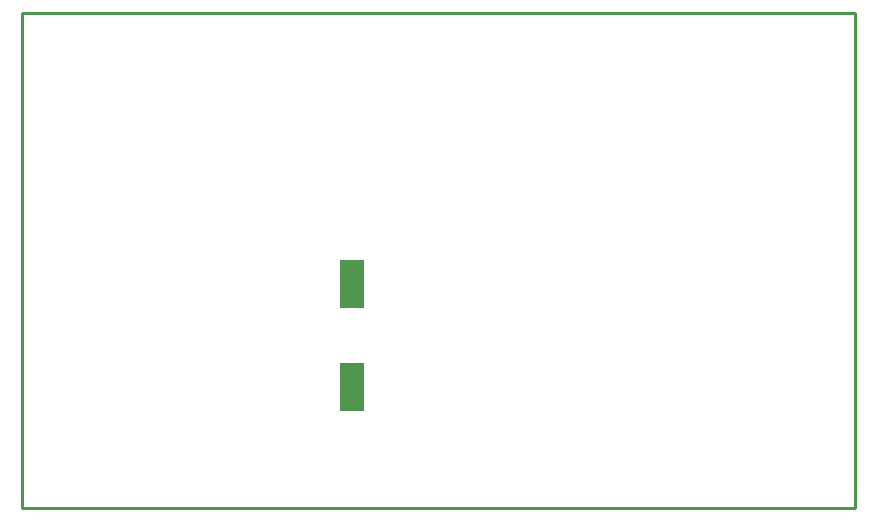
<source format=gtp>
%TF.GenerationSoftware,KiCad,Pcbnew,5.1.0-unknown-ca7aec2~82~ubuntu18.04.1*%
%TF.CreationDate,2019-04-12T13:47:33-04:00*%
%TF.ProjectId,stepper_controller_3x2,73746570-7065-4725-9f63-6f6e74726f6c,1.2*%
%TF.SameCoordinates,Original*%
%TF.FileFunction,Paste,Top*%
%TF.FilePolarity,Positive*%
%FSLAX46Y46*%
G04 Gerber Fmt 4.6, Leading zero omitted, Abs format (unit mm)*
G04 Created by KiCad (PCBNEW 5.1.0-unknown-ca7aec2~82~ubuntu18.04.1) date 2019-04-12 13:47:33*
%MOMM*%
%LPD*%
G04 APERTURE LIST*
%ADD10C,0.228600*%
%ADD11R,2.000000X4.100000*%
G04 APERTURE END LIST*
D10*
X156210000Y-67945000D02*
X85725000Y-67945000D01*
X156210000Y-109855000D02*
X156210000Y-67945000D01*
X85725000Y-109855000D02*
X156210000Y-109855000D01*
X85725000Y-67945000D02*
X85725000Y-109855000D01*
D11*
%TO.C,C6*%
X113665000Y-99600000D03*
X113665000Y-90900000D03*
%TD*%
M02*

</source>
